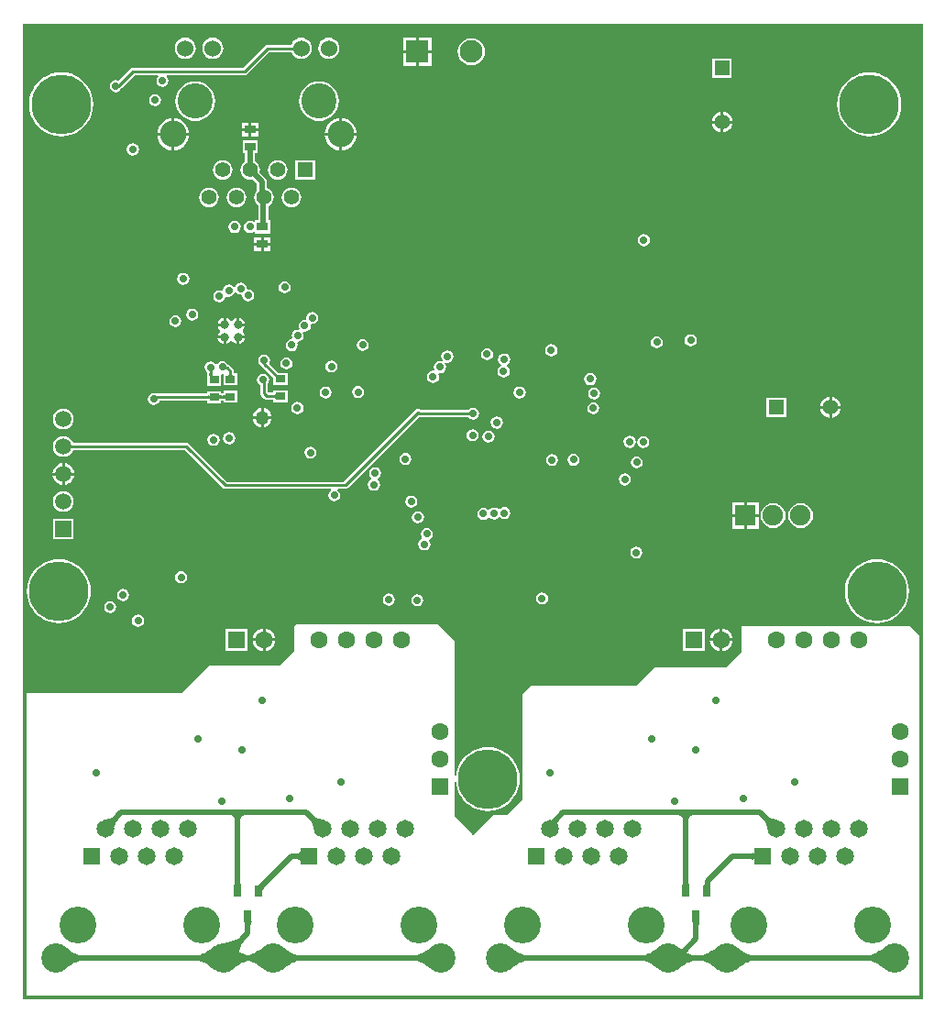
<source format=gbl>
G04*
G04 #@! TF.GenerationSoftware,Altium Limited,Altium Designer,20.0.13 (296)*
G04*
G04 Layer_Physical_Order=4*
G04 Layer_Color=16711680*
%FSLAX44Y44*%
%MOMM*%
G71*
G01*
G75*
%ADD18C,0.2540*%
%ADD24R,1.0000X0.8000*%
%ADD26R,0.9000X0.7000*%
%ADD87C,0.5000*%
%ADD91C,5.5000*%
%ADD92C,1.9050*%
%ADD93R,1.9050X1.9050*%
%ADD94C,2.7000*%
%ADD95C,1.6500*%
%ADD96R,1.6500X1.6500*%
%ADD97C,3.4000*%
%ADD98C,1.6000*%
%ADD99R,1.6000X1.6000*%
%ADD100C,1.4000*%
%ADD101R,1.4000X1.4000*%
%ADD102C,2.1000*%
%ADD103R,2.1000X2.1000*%
%ADD104R,1.3980X1.3980*%
%ADD105C,1.3980*%
%ADD106C,1.5300*%
%ADD107C,2.4450*%
%ADD108C,3.2500*%
%ADD109C,1.5000*%
%ADD110R,1.5000X1.5000*%
%ADD111R,1.4000X1.4000*%
%ADD112C,0.7000*%
%ADD113C,0.8000*%
%ADD114C,1.2700*%
%ADD115R,0.8000X1.1000*%
G36*
X835431Y3569D02*
X3569D01*
Y904431D01*
X835431D01*
Y3569D01*
D02*
G37*
%LPC*%
G36*
X381290Y892040D02*
X369520D01*
Y880270D01*
X381290D01*
Y892040D01*
D02*
G37*
G36*
X366980D02*
X355210D01*
Y880270D01*
X366980D01*
Y892040D01*
D02*
G37*
G36*
X286400Y891983D02*
X283881Y891652D01*
X281533Y890679D01*
X279518Y889132D01*
X277971Y887117D01*
X276998Y884769D01*
X276667Y882250D01*
X276998Y879731D01*
X277971Y877383D01*
X279518Y875368D01*
X281533Y873821D01*
X283881Y872848D01*
X286400Y872517D01*
X288919Y872848D01*
X291267Y873821D01*
X293283Y875368D01*
X294829Y877383D01*
X295802Y879731D01*
X296133Y882250D01*
X295802Y884769D01*
X294829Y887117D01*
X293283Y889132D01*
X291267Y890679D01*
X288919Y891652D01*
X286400Y891983D01*
D02*
G37*
G36*
X261000D02*
X258481Y891652D01*
X256133Y890679D01*
X254118Y889132D01*
X252571Y887117D01*
X251936Y885584D01*
X230000D01*
X228724Y885330D01*
X227642Y884607D01*
X207119Y864084D01*
X105500D01*
X104224Y863830D01*
X103142Y863108D01*
X92238Y852203D01*
X91896Y852431D01*
X89750Y852858D01*
X87604Y852431D01*
X85785Y851215D01*
X84569Y849396D01*
X84142Y847250D01*
X84569Y845104D01*
X85785Y843285D01*
X87604Y842069D01*
X89750Y841642D01*
X91896Y842069D01*
X93715Y843285D01*
X94931Y845104D01*
X95021Y845556D01*
X106881Y857416D01*
X128670D01*
X129055Y856146D01*
X128785Y855965D01*
X127569Y854146D01*
X127142Y852000D01*
X127569Y849854D01*
X128785Y848035D01*
X130604Y846819D01*
X132750Y846392D01*
X134896Y846819D01*
X136715Y848035D01*
X137931Y849854D01*
X138358Y852000D01*
X137931Y854146D01*
X136715Y855965D01*
X136445Y856146D01*
X136830Y857416D01*
X208500D01*
X209776Y857670D01*
X210858Y858392D01*
X231381Y878916D01*
X251936D01*
X252571Y877383D01*
X254118Y875368D01*
X256133Y873821D01*
X258481Y872848D01*
X261000Y872517D01*
X263519Y872848D01*
X265867Y873821D01*
X267882Y875368D01*
X269429Y877383D01*
X270402Y879731D01*
X270733Y882250D01*
X270402Y884769D01*
X269429Y887117D01*
X267882Y889132D01*
X265867Y890679D01*
X263519Y891652D01*
X261000Y891983D01*
D02*
G37*
G36*
X179300D02*
X176781Y891652D01*
X174433Y890679D01*
X172418Y889132D01*
X170871Y887117D01*
X169898Y884769D01*
X169567Y882250D01*
X169898Y879731D01*
X170871Y877383D01*
X172418Y875368D01*
X174433Y873821D01*
X176781Y872848D01*
X179300Y872517D01*
X181819Y872848D01*
X184167Y873821D01*
X186182Y875368D01*
X187729Y877383D01*
X188702Y879731D01*
X189033Y882250D01*
X188702Y884769D01*
X187729Y887117D01*
X186182Y889132D01*
X184167Y890679D01*
X181819Y891652D01*
X179300Y891983D01*
D02*
G37*
G36*
X153900D02*
X151381Y891652D01*
X149033Y890679D01*
X147018Y889132D01*
X145471Y887117D01*
X144498Y884769D01*
X144167Y882250D01*
X144498Y879731D01*
X145471Y877383D01*
X147018Y875368D01*
X149033Y873821D01*
X151381Y872848D01*
X153900Y872517D01*
X156419Y872848D01*
X158767Y873821D01*
X160783Y875368D01*
X162329Y877383D01*
X163302Y879731D01*
X163633Y882250D01*
X163302Y884769D01*
X162329Y887117D01*
X160783Y889132D01*
X158767Y890679D01*
X156419Y891652D01*
X153900Y891983D01*
D02*
G37*
G36*
X418250Y891608D02*
X414987Y891178D01*
X411946Y889919D01*
X409335Y887915D01*
X407331Y885304D01*
X406072Y882263D01*
X405642Y879000D01*
X406072Y875737D01*
X407331Y872696D01*
X409335Y870085D01*
X411946Y868081D01*
X414987Y866822D01*
X418250Y866392D01*
X421513Y866822D01*
X424554Y868081D01*
X427165Y870085D01*
X429169Y872696D01*
X430428Y875737D01*
X430858Y879000D01*
X430428Y882263D01*
X429169Y885304D01*
X427165Y887915D01*
X424554Y889919D01*
X421513Y891178D01*
X418250Y891608D01*
D02*
G37*
G36*
X381290Y877730D02*
X369520D01*
Y865960D01*
X381290D01*
Y877730D01*
D02*
G37*
G36*
X366980D02*
X355210D01*
Y865960D01*
X366980D01*
Y877730D01*
D02*
G37*
G36*
X658750Y873000D02*
X640750D01*
Y855000D01*
X658750D01*
Y873000D01*
D02*
G37*
G36*
X126000Y839858D02*
X123854Y839431D01*
X122035Y838215D01*
X120819Y836396D01*
X120392Y834250D01*
X120819Y832104D01*
X122035Y830285D01*
X123854Y829069D01*
X126000Y828642D01*
X128146Y829069D01*
X129965Y830285D01*
X131181Y832104D01*
X131608Y834250D01*
X131181Y836396D01*
X129965Y838215D01*
X128146Y839431D01*
X126000Y839858D01*
D02*
G37*
G36*
X651020Y823455D02*
Y815270D01*
X659205D01*
X659044Y816490D01*
X658083Y818811D01*
X656554Y820804D01*
X654561Y822333D01*
X652241Y823294D01*
X651020Y823455D01*
D02*
G37*
G36*
X648480Y823455D02*
X647260Y823294D01*
X644939Y822333D01*
X642946Y820804D01*
X641417Y818811D01*
X640456Y816490D01*
X640295Y815270D01*
X648480D01*
Y823455D01*
D02*
G37*
G36*
X277300Y851588D02*
X273722Y851236D01*
X270282Y850192D01*
X267112Y848498D01*
X264333Y846217D01*
X262052Y843438D01*
X260358Y840268D01*
X259314Y836828D01*
X258962Y833250D01*
X259314Y829672D01*
X260358Y826232D01*
X262052Y823062D01*
X264333Y820283D01*
X267112Y818002D01*
X270282Y816308D01*
X273722Y815264D01*
X277300Y814912D01*
X280878Y815264D01*
X284318Y816308D01*
X287488Y818002D01*
X290267Y820283D01*
X292548Y823062D01*
X294242Y826232D01*
X295286Y829672D01*
X295638Y833250D01*
X295286Y836828D01*
X294242Y840268D01*
X292548Y843438D01*
X290267Y846217D01*
X287488Y848498D01*
X284318Y850192D01*
X280878Y851236D01*
X277300Y851588D01*
D02*
G37*
G36*
X163000D02*
X159422Y851236D01*
X155982Y850192D01*
X152812Y848498D01*
X150033Y846217D01*
X147752Y843438D01*
X146058Y840268D01*
X145014Y836828D01*
X144662Y833250D01*
X145014Y829672D01*
X146058Y826232D01*
X147752Y823062D01*
X150033Y820283D01*
X152812Y818002D01*
X155982Y816308D01*
X159422Y815264D01*
X163000Y814912D01*
X166578Y815264D01*
X170018Y816308D01*
X173188Y818002D01*
X175967Y820283D01*
X178248Y823062D01*
X179942Y826232D01*
X180986Y829672D01*
X181338Y833250D01*
X180986Y836828D01*
X179942Y840268D01*
X178248Y843438D01*
X175967Y846217D01*
X173188Y848498D01*
X170018Y850192D01*
X166578Y851236D01*
X163000Y851588D01*
D02*
G37*
G36*
X221290Y813540D02*
X215020D01*
Y808270D01*
X221290D01*
Y813540D01*
D02*
G37*
G36*
X212480D02*
X206210D01*
Y808270D01*
X212480D01*
Y813540D01*
D02*
G37*
G36*
X659205Y812730D02*
X651020D01*
Y804545D01*
X652241Y804706D01*
X654561Y805667D01*
X656554Y807196D01*
X658083Y809189D01*
X659044Y811509D01*
X659205Y812730D01*
D02*
G37*
G36*
X648480D02*
X640295D01*
X640456Y811509D01*
X641417Y809189D01*
X642946Y807196D01*
X644939Y805667D01*
X647260Y804706D01*
X648480Y804545D01*
Y812730D01*
D02*
G37*
G36*
X143970Y817461D02*
Y804020D01*
X157411D01*
X157251Y805644D01*
X156407Y808428D01*
X155036Y810993D01*
X153191Y813241D01*
X150943Y815086D01*
X148378Y816457D01*
X145595Y817301D01*
X143970Y817461D01*
D02*
G37*
G36*
X141430Y817461D02*
X139806Y817301D01*
X137022Y816457D01*
X134457Y815086D01*
X132209Y813241D01*
X130364Y810993D01*
X128993Y808428D01*
X128149Y805644D01*
X127989Y804020D01*
X141430D01*
Y817461D01*
D02*
G37*
G36*
X298870Y817461D02*
Y804020D01*
X312311D01*
X312151Y805644D01*
X311307Y808428D01*
X309936Y810993D01*
X308091Y813241D01*
X305843Y815086D01*
X303278Y816457D01*
X300494Y817301D01*
X298870Y817461D01*
D02*
G37*
G36*
X296330D02*
X294706Y817301D01*
X291922Y816457D01*
X289357Y815086D01*
X287109Y813241D01*
X285264Y810993D01*
X283893Y808428D01*
X283049Y805644D01*
X282889Y804020D01*
X296330D01*
Y817461D01*
D02*
G37*
G36*
X785750Y860091D02*
X781121Y859727D01*
X776606Y858643D01*
X772316Y856866D01*
X768357Y854440D01*
X764826Y851424D01*
X761810Y847893D01*
X759384Y843934D01*
X757607Y839644D01*
X756523Y835129D01*
X756159Y830500D01*
X756523Y825871D01*
X757607Y821356D01*
X759384Y817066D01*
X761810Y813107D01*
X764826Y809576D01*
X768357Y806560D01*
X772316Y804134D01*
X776606Y802357D01*
X781121Y801273D01*
X785750Y800909D01*
X790379Y801273D01*
X794894Y802357D01*
X799184Y804134D01*
X803143Y806560D01*
X806674Y809576D01*
X809690Y813107D01*
X812116Y817066D01*
X813893Y821356D01*
X814977Y825871D01*
X815341Y830500D01*
X814977Y835129D01*
X813893Y839644D01*
X812116Y843934D01*
X809690Y847893D01*
X806674Y851424D01*
X803143Y854440D01*
X799184Y856866D01*
X794894Y858643D01*
X790379Y859727D01*
X785750Y860091D01*
D02*
G37*
G36*
X39250D02*
X34621Y859727D01*
X30106Y858643D01*
X25816Y856866D01*
X21857Y854440D01*
X18326Y851424D01*
X15310Y847893D01*
X12884Y843934D01*
X11107Y839644D01*
X10023Y835129D01*
X9659Y830500D01*
X10023Y825871D01*
X11107Y821356D01*
X12884Y817066D01*
X15310Y813107D01*
X18326Y809576D01*
X21857Y806560D01*
X25816Y804134D01*
X30106Y802357D01*
X34621Y801273D01*
X39250Y800909D01*
X43879Y801273D01*
X48394Y802357D01*
X52684Y804134D01*
X56643Y806560D01*
X60174Y809576D01*
X63190Y813107D01*
X65616Y817066D01*
X67393Y821356D01*
X68477Y825871D01*
X68841Y830500D01*
X68477Y835129D01*
X67393Y839644D01*
X65616Y843934D01*
X63190Y847893D01*
X60174Y851424D01*
X56643Y854440D01*
X52684Y856866D01*
X48394Y858643D01*
X43879Y859727D01*
X39250Y860091D01*
D02*
G37*
G36*
X221290Y805730D02*
X215020D01*
Y800460D01*
X221290D01*
Y805730D01*
D02*
G37*
G36*
X212480D02*
X206210D01*
Y800460D01*
X212480D01*
Y805730D01*
D02*
G37*
G36*
X157411Y801480D02*
X143970D01*
Y788039D01*
X145595Y788199D01*
X148378Y789043D01*
X150943Y790414D01*
X153191Y792259D01*
X155036Y794507D01*
X156407Y797072D01*
X157251Y799855D01*
X157411Y801480D01*
D02*
G37*
G36*
X312311Y801480D02*
X298870D01*
Y788039D01*
X300494Y788199D01*
X303278Y789043D01*
X305843Y790414D01*
X308091Y792259D01*
X309936Y794507D01*
X311307Y797072D01*
X312151Y799855D01*
X312311Y801480D01*
D02*
G37*
G36*
X296330D02*
X282889D01*
X283049Y799855D01*
X283893Y797072D01*
X285264Y794507D01*
X287109Y792259D01*
X289357Y790414D01*
X291922Y789043D01*
X294706Y788199D01*
X296330Y788039D01*
Y801480D01*
D02*
G37*
G36*
X141430Y801480D02*
X127989D01*
X128149Y799855D01*
X128993Y797072D01*
X130364Y794507D01*
X132209Y792259D01*
X134457Y790414D01*
X137022Y789043D01*
X139806Y788199D01*
X141430Y788039D01*
Y801480D01*
D02*
G37*
G36*
X105500Y794358D02*
X103354Y793931D01*
X101535Y792715D01*
X100319Y790896D01*
X99892Y788750D01*
X100319Y786604D01*
X101535Y784785D01*
X103354Y783569D01*
X105500Y783142D01*
X107646Y783569D01*
X109465Y784785D01*
X110681Y786604D01*
X111108Y788750D01*
X110681Y790896D01*
X109465Y792715D01*
X107646Y793931D01*
X105500Y794358D01*
D02*
G37*
G36*
X273640Y778740D02*
X255660D01*
Y760760D01*
X273640D01*
Y778740D01*
D02*
G37*
G36*
X239250Y778818D02*
X236903Y778509D01*
X234716Y777603D01*
X232838Y776162D01*
X231397Y774284D01*
X230491Y772097D01*
X230182Y769750D01*
X230491Y767403D01*
X231397Y765216D01*
X232838Y763338D01*
X234716Y761897D01*
X236903Y760991D01*
X239250Y760682D01*
X241597Y760991D01*
X243784Y761897D01*
X245662Y763338D01*
X247103Y765216D01*
X248009Y767403D01*
X248318Y769750D01*
X248009Y772097D01*
X247103Y774284D01*
X245662Y776162D01*
X243784Y777603D01*
X241597Y778509D01*
X239250Y778818D01*
D02*
G37*
G36*
X188450D02*
X186103Y778509D01*
X183916Y777603D01*
X182038Y776162D01*
X180597Y774284D01*
X179691Y772097D01*
X179382Y769750D01*
X179691Y767403D01*
X180597Y765216D01*
X182038Y763338D01*
X183916Y761897D01*
X186103Y760991D01*
X188450Y760682D01*
X190797Y760991D01*
X192984Y761897D01*
X194862Y763338D01*
X196303Y765216D01*
X197209Y767403D01*
X197518Y769750D01*
X197209Y772097D01*
X196303Y774284D01*
X194862Y776162D01*
X192984Y777603D01*
X190797Y778509D01*
X188450Y778818D01*
D02*
G37*
G36*
X251950Y753418D02*
X249603Y753109D01*
X247416Y752203D01*
X245538Y750762D01*
X244097Y748884D01*
X243191Y746697D01*
X242882Y744350D01*
X243191Y742003D01*
X244097Y739816D01*
X245538Y737938D01*
X247416Y736497D01*
X249603Y735591D01*
X251950Y735282D01*
X254297Y735591D01*
X256484Y736497D01*
X258362Y737938D01*
X259803Y739816D01*
X260709Y742003D01*
X261018Y744350D01*
X260709Y746697D01*
X259803Y748884D01*
X258362Y750762D01*
X256484Y752203D01*
X254297Y753109D01*
X251950Y753418D01*
D02*
G37*
G36*
X201150D02*
X198803Y753109D01*
X196616Y752203D01*
X194738Y750762D01*
X193297Y748884D01*
X192391Y746697D01*
X192083Y744350D01*
X192391Y742003D01*
X193297Y739816D01*
X194738Y737938D01*
X196616Y736497D01*
X198803Y735591D01*
X201150Y735282D01*
X203497Y735591D01*
X205684Y736497D01*
X207562Y737938D01*
X209003Y739816D01*
X209909Y742003D01*
X210218Y744350D01*
X209909Y746697D01*
X209003Y748884D01*
X207562Y750762D01*
X205684Y752203D01*
X203497Y753109D01*
X201150Y753418D01*
D02*
G37*
G36*
X175750D02*
X173403Y753109D01*
X171216Y752203D01*
X169338Y750762D01*
X167897Y748884D01*
X166991Y746697D01*
X166682Y744350D01*
X166991Y742003D01*
X167897Y739816D01*
X169338Y737938D01*
X171216Y736497D01*
X173403Y735591D01*
X175750Y735282D01*
X178097Y735591D01*
X180284Y736497D01*
X182162Y737938D01*
X183603Y739816D01*
X184509Y742003D01*
X184818Y744350D01*
X184509Y746697D01*
X183603Y748884D01*
X182162Y750762D01*
X180284Y752203D01*
X178097Y753109D01*
X175750Y753418D01*
D02*
G37*
G36*
X220750Y797000D02*
X206750D01*
Y785000D01*
X209212D01*
Y777523D01*
X207438Y776162D01*
X205997Y774284D01*
X205091Y772097D01*
X204783Y769750D01*
X205091Y767403D01*
X205997Y765216D01*
X207438Y763338D01*
X209316Y761897D01*
X211503Y760991D01*
X213850Y760682D01*
X216129Y760982D01*
X220244Y756868D01*
Y750843D01*
X220138Y750762D01*
X218697Y748884D01*
X217791Y746697D01*
X217482Y744350D01*
X217791Y742003D01*
X218697Y739816D01*
X220138Y737938D01*
X221312Y737038D01*
Y723250D01*
X218250D01*
Y722153D01*
X216980Y721540D01*
X215646Y722431D01*
X213500Y722858D01*
X211354Y722431D01*
X209535Y721215D01*
X208319Y719396D01*
X207892Y717250D01*
X208319Y715104D01*
X209535Y713285D01*
X211354Y712069D01*
X213500Y711642D01*
X215646Y712069D01*
X216980Y712961D01*
X218250Y712347D01*
Y711250D01*
X232250D01*
Y723250D01*
X230488D01*
Y736251D01*
X231084Y736497D01*
X232962Y737938D01*
X234403Y739816D01*
X235309Y742003D01*
X235618Y744350D01*
X235309Y746697D01*
X234403Y748884D01*
X232962Y750762D01*
X231084Y752203D01*
X229420Y752892D01*
Y758768D01*
X229071Y760524D01*
X228076Y762012D01*
X222618Y767471D01*
X222918Y769750D01*
X222609Y772097D01*
X221703Y774284D01*
X220262Y776162D01*
X218388Y777599D01*
Y785000D01*
X220750D01*
Y797000D01*
D02*
G37*
G36*
X199500Y722858D02*
X197354Y722431D01*
X195535Y721215D01*
X194319Y719396D01*
X193892Y717250D01*
X194319Y715104D01*
X195535Y713285D01*
X197354Y712069D01*
X199500Y711642D01*
X201646Y712069D01*
X203465Y713285D01*
X204681Y715104D01*
X205108Y717250D01*
X204681Y719396D01*
X203465Y721215D01*
X201646Y722431D01*
X199500Y722858D01*
D02*
G37*
G36*
X232790Y707790D02*
X226520D01*
Y702520D01*
X232790D01*
Y707790D01*
D02*
G37*
G36*
X223980D02*
X217710D01*
Y702520D01*
X223980D01*
Y707790D01*
D02*
G37*
G36*
X577500Y710608D02*
X575354Y710181D01*
X573535Y708965D01*
X572319Y707146D01*
X571892Y705000D01*
X572319Y702854D01*
X573535Y701035D01*
X575354Y699819D01*
X577500Y699392D01*
X579646Y699819D01*
X581465Y701035D01*
X582681Y702854D01*
X583108Y705000D01*
X582681Y707146D01*
X581465Y708965D01*
X579646Y710181D01*
X577500Y710608D01*
D02*
G37*
G36*
X232790Y699980D02*
X226520D01*
Y694710D01*
X232790D01*
Y699980D01*
D02*
G37*
G36*
X223980D02*
X217710D01*
Y694710D01*
X223980D01*
Y699980D01*
D02*
G37*
G36*
X152000Y674858D02*
X149854Y674431D01*
X148035Y673215D01*
X146819Y671396D01*
X146392Y669250D01*
X146819Y667104D01*
X148035Y665285D01*
X149854Y664069D01*
X152000Y663642D01*
X154146Y664069D01*
X155965Y665285D01*
X157181Y667104D01*
X157608Y669250D01*
X157181Y671396D01*
X155965Y673215D01*
X154146Y674431D01*
X152000Y674858D01*
D02*
G37*
G36*
X205230Y665972D02*
X203084Y665545D01*
X201265Y664329D01*
X200049Y662510D01*
X199928Y661900D01*
X198580Y661632D01*
X198085Y662372D01*
X196266Y663588D01*
X194120Y664015D01*
X191974Y663588D01*
X190155Y662372D01*
X188939Y660553D01*
X188610Y658897D01*
X187498Y658241D01*
X187276Y658205D01*
X185250Y658608D01*
X183104Y658181D01*
X181285Y656965D01*
X180069Y655146D01*
X179642Y653000D01*
X180069Y650854D01*
X181285Y649035D01*
X183104Y647819D01*
X185250Y647392D01*
X187396Y647819D01*
X189215Y649035D01*
X190431Y650854D01*
X190760Y652510D01*
X191872Y653166D01*
X192094Y653202D01*
X194120Y652799D01*
X196266Y653226D01*
X198085Y654442D01*
X199301Y656261D01*
X199422Y656870D01*
X200770Y657139D01*
X201265Y656399D01*
X203084Y655183D01*
X205230Y654756D01*
X205489Y654808D01*
X206451Y653704D01*
X206819Y651854D01*
X208035Y650035D01*
X209854Y648819D01*
X212000Y648392D01*
X214146Y648819D01*
X215965Y650035D01*
X217181Y651854D01*
X217608Y654000D01*
X217181Y656146D01*
X215965Y657965D01*
X214146Y659181D01*
X212000Y659608D01*
X211741Y659556D01*
X210779Y660660D01*
X210411Y662510D01*
X209195Y664329D01*
X207376Y665545D01*
X205230Y665972D01*
D02*
G37*
G36*
X245750Y667108D02*
X243604Y666681D01*
X241785Y665465D01*
X240569Y663646D01*
X240142Y661500D01*
X240569Y659354D01*
X241785Y657535D01*
X243604Y656319D01*
X245750Y655892D01*
X247896Y656319D01*
X249715Y657535D01*
X250931Y659354D01*
X251358Y661500D01*
X250931Y663646D01*
X249715Y665465D01*
X247896Y666681D01*
X245750Y667108D01*
D02*
G37*
G36*
X271250Y638858D02*
X269104Y638431D01*
X267285Y637215D01*
X266069Y635396D01*
X265642Y633250D01*
X265817Y632373D01*
X264919Y631475D01*
X264250Y631608D01*
X262104Y631181D01*
X260285Y629965D01*
X259069Y628146D01*
X258642Y626000D01*
X259069Y623854D01*
X259426Y623319D01*
X258663Y622176D01*
X257750Y622358D01*
X255604Y621931D01*
X253785Y620715D01*
X252569Y618896D01*
X252142Y616750D01*
X252520Y614849D01*
X252424Y614405D01*
X251771Y613512D01*
X250104Y613181D01*
X248285Y611965D01*
X247069Y610146D01*
X246642Y608000D01*
X247069Y605854D01*
X248285Y604035D01*
X250104Y602819D01*
X252250Y602392D01*
X254396Y602819D01*
X256215Y604035D01*
X257431Y605854D01*
X257858Y608000D01*
X257479Y609901D01*
X257576Y610345D01*
X258229Y611237D01*
X259896Y611569D01*
X261715Y612785D01*
X262931Y614604D01*
X263358Y616750D01*
X262931Y618896D01*
X262574Y619431D01*
X263337Y620574D01*
X264250Y620392D01*
X266396Y620819D01*
X268215Y622035D01*
X269431Y623854D01*
X269858Y626000D01*
X269683Y626877D01*
X270581Y627775D01*
X271250Y627642D01*
X273396Y628069D01*
X275215Y629285D01*
X276431Y631104D01*
X276858Y633250D01*
X276431Y635396D01*
X275215Y637215D01*
X273396Y638431D01*
X271250Y638858D01*
D02*
G37*
G36*
X201230Y633429D02*
X200793Y633372D01*
X199202Y632713D01*
X197836Y631664D01*
X197145Y630764D01*
X196919Y630675D01*
X195831D01*
X195606Y630764D01*
X194914Y631664D01*
X193548Y632713D01*
X191957Y633372D01*
X191520Y633429D01*
Y627000D01*
X190250D01*
Y625730D01*
X183821D01*
X183878Y625293D01*
X184537Y623702D01*
X185586Y622336D01*
X185957Y622050D01*
Y620450D01*
X185586Y620164D01*
X184537Y618798D01*
X183878Y617207D01*
X183821Y616770D01*
X190250D01*
Y615500D01*
X191520D01*
Y609071D01*
X191957Y609128D01*
X193548Y609787D01*
X194914Y610836D01*
X195606Y611736D01*
X195831Y611825D01*
X196919D01*
X197145Y611736D01*
X197836Y610836D01*
X199202Y609787D01*
X200793Y609128D01*
X201230Y609071D01*
Y615500D01*
X202500D01*
Y616770D01*
X208929D01*
X208872Y617207D01*
X208213Y618798D01*
X207164Y620164D01*
X206793Y620450D01*
Y622050D01*
X207164Y622336D01*
X208213Y623702D01*
X208872Y625293D01*
X208929Y625730D01*
X202500D01*
Y627000D01*
X201230D01*
Y633429D01*
D02*
G37*
G36*
X160250Y641858D02*
X158104Y641431D01*
X156285Y640215D01*
X155069Y638396D01*
X154642Y636250D01*
X155069Y634104D01*
X156285Y632285D01*
X158104Y631069D01*
X160250Y630642D01*
X162396Y631069D01*
X164215Y632285D01*
X165431Y634104D01*
X165858Y636250D01*
X165431Y638396D01*
X164215Y640215D01*
X162396Y641431D01*
X160250Y641858D01*
D02*
G37*
G36*
X203770Y633429D02*
Y628270D01*
X208929D01*
X208872Y628707D01*
X208213Y630298D01*
X207164Y631664D01*
X205798Y632713D01*
X204207Y633372D01*
X203770Y633429D01*
D02*
G37*
G36*
X188980D02*
X188543Y633372D01*
X186952Y632713D01*
X185586Y631664D01*
X184537Y630298D01*
X183878Y628707D01*
X183821Y628270D01*
X188980D01*
Y633429D01*
D02*
G37*
G36*
X144750Y635858D02*
X142604Y635431D01*
X140785Y634215D01*
X139569Y632396D01*
X139142Y630250D01*
X139569Y628104D01*
X140785Y626285D01*
X142604Y625069D01*
X144750Y624642D01*
X146896Y625069D01*
X148715Y626285D01*
X149931Y628104D01*
X150358Y630250D01*
X149931Y632396D01*
X148715Y634215D01*
X146896Y635431D01*
X144750Y635858D01*
D02*
G37*
G36*
X208929Y614230D02*
X203770D01*
Y609071D01*
X204207Y609128D01*
X205798Y609787D01*
X207164Y610836D01*
X208213Y612202D01*
X208872Y613793D01*
X208929Y614230D01*
D02*
G37*
G36*
X188980D02*
X183821D01*
X183878Y613793D01*
X184537Y612202D01*
X185586Y610836D01*
X186952Y609787D01*
X188543Y609128D01*
X188980Y609071D01*
Y614230D01*
D02*
G37*
G36*
X620750Y618108D02*
X618604Y617681D01*
X616785Y616465D01*
X615569Y614646D01*
X615142Y612500D01*
X615569Y610354D01*
X616785Y608535D01*
X618604Y607319D01*
X620750Y606892D01*
X622896Y607319D01*
X624715Y608535D01*
X625931Y610354D01*
X626358Y612500D01*
X625931Y614646D01*
X624715Y616465D01*
X622896Y617681D01*
X620750Y618108D01*
D02*
G37*
G36*
X589500Y616358D02*
X587354Y615931D01*
X585535Y614715D01*
X584319Y612896D01*
X583892Y610750D01*
X584319Y608604D01*
X585535Y606785D01*
X587354Y605569D01*
X589500Y605142D01*
X591646Y605569D01*
X593465Y606785D01*
X594681Y608604D01*
X595108Y610750D01*
X594681Y612896D01*
X593465Y614715D01*
X591646Y615931D01*
X589500Y616358D01*
D02*
G37*
G36*
X317750Y613858D02*
X315604Y613431D01*
X313785Y612215D01*
X312569Y610396D01*
X312142Y608250D01*
X312569Y606104D01*
X313785Y604285D01*
X315604Y603069D01*
X317750Y602642D01*
X319896Y603069D01*
X321715Y604285D01*
X322931Y606104D01*
X323358Y608250D01*
X322931Y610396D01*
X321715Y612215D01*
X319896Y613431D01*
X317750Y613858D01*
D02*
G37*
G36*
X492000Y608858D02*
X489854Y608431D01*
X488035Y607215D01*
X486819Y605396D01*
X486392Y603250D01*
X486819Y601104D01*
X488035Y599285D01*
X489854Y598069D01*
X492000Y597642D01*
X494146Y598069D01*
X495965Y599285D01*
X497181Y601104D01*
X497608Y603250D01*
X497181Y605396D01*
X495965Y607215D01*
X494146Y608431D01*
X492000Y608858D01*
D02*
G37*
G36*
X432750Y605358D02*
X430604Y604931D01*
X428785Y603715D01*
X427569Y601896D01*
X427142Y599750D01*
X427569Y597604D01*
X428785Y595785D01*
X430604Y594569D01*
X432750Y594142D01*
X434896Y594569D01*
X436715Y595785D01*
X437931Y597604D01*
X438358Y599750D01*
X437931Y601896D01*
X436715Y603715D01*
X434896Y604931D01*
X432750Y605358D01*
D02*
G37*
G36*
X396000Y603108D02*
X393854Y602681D01*
X392035Y601465D01*
X390819Y599646D01*
X390392Y597500D01*
X390819Y595354D01*
X391600Y594185D01*
X390836Y593042D01*
X389250Y593358D01*
X387104Y592931D01*
X385285Y591715D01*
X384069Y589896D01*
X383642Y587750D01*
X384069Y585604D01*
X384234Y585358D01*
X383470Y584215D01*
X382750Y584358D01*
X380604Y583931D01*
X378785Y582715D01*
X377569Y580896D01*
X377142Y578750D01*
X377569Y576604D01*
X378785Y574785D01*
X380604Y573569D01*
X382750Y573142D01*
X384896Y573569D01*
X386715Y574785D01*
X387931Y576604D01*
X388358Y578750D01*
X387931Y580896D01*
X387766Y581143D01*
X388530Y582285D01*
X389250Y582142D01*
X391396Y582569D01*
X393215Y583785D01*
X394431Y585604D01*
X394858Y587750D01*
X394431Y589896D01*
X393650Y591065D01*
X394414Y592208D01*
X396000Y591892D01*
X398146Y592319D01*
X399965Y593535D01*
X401181Y595354D01*
X401608Y597500D01*
X401181Y599646D01*
X399965Y601465D01*
X398146Y602681D01*
X396000Y603108D01*
D02*
G37*
G36*
X188250Y593358D02*
X186104Y592931D01*
X184285Y591715D01*
X183430Y590436D01*
X181966Y590347D01*
X181961Y590349D01*
X181215Y591465D01*
X179396Y592681D01*
X177250Y593108D01*
X175104Y592681D01*
X173285Y591465D01*
X172069Y589646D01*
X171642Y587500D01*
X172069Y585354D01*
X173285Y583535D01*
X173916Y583113D01*
Y579250D01*
X174000Y578827D01*
Y570500D01*
X187000D01*
Y580173D01*
X188188Y581295D01*
X188837Y581246D01*
X189000Y580997D01*
Y571000D01*
X202000D01*
Y582000D01*
X198834D01*
Y584250D01*
X198580Y585526D01*
X197857Y586608D01*
X195211Y589254D01*
X194129Y589977D01*
X193262Y590149D01*
X192215Y591715D01*
X190396Y592931D01*
X188250Y593358D01*
D02*
G37*
G36*
X247250Y596858D02*
X245104Y596431D01*
X243285Y595215D01*
X242069Y593396D01*
X241642Y591250D01*
X242069Y589104D01*
X243285Y587285D01*
X245104Y586069D01*
X247250Y585642D01*
X249396Y586069D01*
X251215Y587285D01*
X252431Y589104D01*
X252858Y591250D01*
X252431Y593396D01*
X251215Y595215D01*
X249396Y596431D01*
X247250Y596858D01*
D02*
G37*
G36*
X288896Y593962D02*
X286750Y593535D01*
X284930Y592320D01*
X283715Y590500D01*
X283288Y588354D01*
X283715Y586208D01*
X284930Y584389D01*
X286750Y583173D01*
X288896Y582747D01*
X291042Y583173D01*
X292861Y584389D01*
X294076Y586208D01*
X294503Y588354D01*
X294076Y590500D01*
X292861Y592320D01*
X291042Y593535D01*
X288896Y593962D01*
D02*
G37*
G36*
X448500Y600358D02*
X446354Y599931D01*
X444535Y598715D01*
X443319Y596896D01*
X442892Y594750D01*
X443319Y592604D01*
X444535Y590785D01*
X445526Y590123D01*
X445579Y589928D01*
X445439Y588653D01*
X444035Y587715D01*
X442819Y585896D01*
X442392Y583750D01*
X442819Y581604D01*
X444035Y579785D01*
X445854Y578569D01*
X448000Y578142D01*
X450146Y578569D01*
X451965Y579785D01*
X453181Y581604D01*
X453608Y583750D01*
X453181Y585896D01*
X451965Y587715D01*
X450974Y588377D01*
X450921Y588572D01*
X451061Y589847D01*
X452465Y590785D01*
X453681Y592604D01*
X454108Y594750D01*
X453681Y596896D01*
X452465Y598715D01*
X450646Y599931D01*
X448500Y600358D01*
D02*
G37*
G36*
X226750Y599358D02*
X224604Y598931D01*
X222785Y597715D01*
X221569Y595896D01*
X221142Y593750D01*
X221569Y591604D01*
X222785Y589785D01*
X224009Y588967D01*
X224393Y588392D01*
X235250Y577535D01*
Y571250D01*
X248250D01*
Y582250D01*
X239965D01*
X231402Y590813D01*
X231931Y591604D01*
X232358Y593750D01*
X231931Y595896D01*
X230715Y597715D01*
X228896Y598931D01*
X226750Y599358D01*
D02*
G37*
G36*
X528000Y582358D02*
X525854Y581931D01*
X524035Y580715D01*
X522819Y578896D01*
X522392Y576750D01*
X522819Y574604D01*
X524035Y572785D01*
X525854Y571569D01*
X528000Y571142D01*
X530146Y571569D01*
X531965Y572785D01*
X533181Y574604D01*
X533608Y576750D01*
X533181Y578896D01*
X531965Y580715D01*
X530146Y581931D01*
X528000Y582358D01*
D02*
G37*
G36*
X202000Y566000D02*
X189000D01*
Y563584D01*
X187000D01*
Y565500D01*
X174000D01*
Y563334D01*
X127707D01*
X127194Y563232D01*
X126896Y563431D01*
X124750Y563858D01*
X122604Y563431D01*
X120785Y562215D01*
X119569Y560396D01*
X119142Y558250D01*
X119569Y556104D01*
X120785Y554285D01*
X122604Y553069D01*
X124750Y552642D01*
X126896Y553069D01*
X128715Y554285D01*
X129931Y556104D01*
X130043Y556666D01*
X174000D01*
Y554500D01*
X187000D01*
Y556916D01*
X189000D01*
Y555000D01*
X202000D01*
Y566000D01*
D02*
G37*
G36*
X313500Y570358D02*
X311354Y569931D01*
X309535Y568715D01*
X308319Y566896D01*
X307892Y564750D01*
X308319Y562604D01*
X309535Y560785D01*
X311354Y559569D01*
X313500Y559142D01*
X315646Y559569D01*
X317465Y560785D01*
X318681Y562604D01*
X319108Y564750D01*
X318681Y566896D01*
X317465Y568715D01*
X315646Y569931D01*
X313500Y570358D01*
D02*
G37*
G36*
X462750Y569858D02*
X460604Y569431D01*
X458785Y568215D01*
X457569Y566396D01*
X457142Y564250D01*
X457569Y562104D01*
X458785Y560285D01*
X460604Y559069D01*
X462750Y558642D01*
X464896Y559069D01*
X466715Y560285D01*
X467931Y562104D01*
X468358Y564250D01*
X467931Y566396D01*
X466715Y568215D01*
X464896Y569431D01*
X462750Y569858D01*
D02*
G37*
G36*
X283500D02*
X281354Y569431D01*
X279535Y568215D01*
X278319Y566396D01*
X277892Y564250D01*
X278319Y562104D01*
X279535Y560285D01*
X281354Y559069D01*
X283500Y558642D01*
X285646Y559069D01*
X287465Y560285D01*
X288681Y562104D01*
X289108Y564250D01*
X288681Y566396D01*
X287465Y568215D01*
X285646Y569431D01*
X283500Y569858D01*
D02*
G37*
G36*
X531527Y568856D02*
X529381Y568429D01*
X527562Y567214D01*
X526346Y565395D01*
X525919Y563249D01*
X526346Y561103D01*
X527562Y559283D01*
X529381Y558068D01*
X531527Y557641D01*
X533673Y558068D01*
X535492Y559283D01*
X536708Y561103D01*
X537135Y563249D01*
X536708Y565395D01*
X535492Y567214D01*
X533673Y568429D01*
X531527Y568856D01*
D02*
G37*
G36*
X225750Y581608D02*
X223604Y581181D01*
X221785Y579965D01*
X220569Y578146D01*
X220142Y576000D01*
X220569Y573854D01*
X221785Y572035D01*
X222916Y571279D01*
Y563750D01*
X223170Y562474D01*
X223892Y561393D01*
X226893Y558392D01*
X227974Y557670D01*
X229250Y557416D01*
X235250D01*
Y555250D01*
X248250D01*
Y566250D01*
X235250D01*
Y564084D01*
X230631D01*
X229584Y565131D01*
Y571947D01*
X229715Y572035D01*
X230931Y573854D01*
X231358Y576000D01*
X230931Y578146D01*
X229715Y579965D01*
X227896Y581181D01*
X225750Y581608D01*
D02*
G37*
G36*
X751270Y559955D02*
Y551770D01*
X759455D01*
X759294Y552990D01*
X758333Y555311D01*
X756804Y557304D01*
X754811Y558833D01*
X752490Y559795D01*
X751270Y559955D01*
D02*
G37*
G36*
X748730D02*
X747510Y559795D01*
X745189Y558833D01*
X743196Y557304D01*
X741667Y555311D01*
X740706Y552990D01*
X740545Y551770D01*
X748730D01*
Y559955D01*
D02*
G37*
G36*
X419750Y550358D02*
X417604Y549931D01*
X415785Y548715D01*
X415363Y548084D01*
X371381D01*
X371357Y548107D01*
X370276Y548830D01*
X369000Y549084D01*
X367724Y548830D01*
X366642Y548107D01*
X300369Y481834D01*
X192131D01*
X157207Y516758D01*
X156126Y517480D01*
X154850Y517734D01*
X50152D01*
X49548Y519191D01*
X48025Y521175D01*
X46041Y522698D01*
X43730Y523656D01*
X41250Y523982D01*
X38770Y523656D01*
X36459Y522698D01*
X34475Y521175D01*
X32952Y519191D01*
X31995Y516880D01*
X31668Y514400D01*
X31995Y511920D01*
X32952Y509609D01*
X34475Y507625D01*
X36459Y506102D01*
X38770Y505145D01*
X41250Y504818D01*
X43730Y505145D01*
X46041Y506102D01*
X48025Y507625D01*
X49548Y509609D01*
X50152Y511066D01*
X153469D01*
X188393Y476143D01*
X189474Y475420D01*
X190750Y475166D01*
X288168D01*
X288553Y473896D01*
X287535Y473215D01*
X286319Y471396D01*
X285892Y469250D01*
X286319Y467104D01*
X287535Y465285D01*
X289354Y464069D01*
X291500Y463642D01*
X293646Y464069D01*
X295465Y465285D01*
X296681Y467104D01*
X297108Y469250D01*
X296681Y471396D01*
X295465Y473215D01*
X294447Y473896D01*
X294832Y475166D01*
X301750D01*
X303026Y475420D01*
X304107Y476143D01*
X369484Y541519D01*
X370000Y541416D01*
X415363D01*
X415785Y540785D01*
X417604Y539569D01*
X419750Y539142D01*
X421896Y539569D01*
X423715Y540785D01*
X424931Y542604D01*
X425358Y544750D01*
X424931Y546896D01*
X423715Y548715D01*
X421896Y549931D01*
X419750Y550358D01*
D02*
G37*
G36*
X257500Y555608D02*
X255354Y555181D01*
X253535Y553965D01*
X252319Y552146D01*
X251892Y550000D01*
X252319Y547854D01*
X253535Y546035D01*
X255354Y544819D01*
X257500Y544392D01*
X259646Y544819D01*
X261465Y546035D01*
X262681Y547854D01*
X263108Y550000D01*
X262681Y552146D01*
X261465Y553965D01*
X259646Y555181D01*
X257500Y555608D01*
D02*
G37*
G36*
X530750Y555358D02*
X528604Y554931D01*
X526785Y553715D01*
X525569Y551896D01*
X525142Y549750D01*
X525569Y547604D01*
X526785Y545785D01*
X528604Y544569D01*
X530750Y544142D01*
X532896Y544569D01*
X534715Y545785D01*
X535931Y547604D01*
X536358Y549750D01*
X535931Y551896D01*
X534715Y553715D01*
X532896Y554931D01*
X530750Y555358D01*
D02*
G37*
G36*
X226270Y549799D02*
Y542270D01*
X233799D01*
X233661Y543321D01*
X232765Y545483D01*
X231340Y547340D01*
X229483Y548765D01*
X227321Y549661D01*
X226270Y549799D01*
D02*
G37*
G36*
X223730D02*
X222679Y549661D01*
X220517Y548765D01*
X218660Y547340D01*
X217235Y545483D01*
X216339Y543321D01*
X216201Y542270D01*
X223730D01*
Y549799D01*
D02*
G37*
G36*
X709000Y559500D02*
X691000D01*
Y541500D01*
X709000D01*
Y559500D01*
D02*
G37*
G36*
X759455Y549230D02*
X751270D01*
Y541045D01*
X752490Y541206D01*
X754811Y542167D01*
X756804Y543696D01*
X758333Y545689D01*
X759294Y548010D01*
X759455Y549230D01*
D02*
G37*
G36*
X748730D02*
X740545D01*
X740706Y548010D01*
X741667Y545689D01*
X743196Y543696D01*
X745189Y542167D01*
X747510Y541206D01*
X748730Y541045D01*
Y549230D01*
D02*
G37*
G36*
X233799Y539730D02*
X226270D01*
Y532201D01*
X227321Y532339D01*
X229483Y533235D01*
X231340Y534660D01*
X232765Y536517D01*
X233661Y538679D01*
X233799Y539730D01*
D02*
G37*
G36*
X223730D02*
X216201D01*
X216339Y538679D01*
X217235Y536517D01*
X218660Y534660D01*
X220517Y533235D01*
X222679Y532339D01*
X223730Y532201D01*
Y539730D01*
D02*
G37*
G36*
X441750Y542108D02*
X439604Y541681D01*
X437785Y540465D01*
X436569Y538646D01*
X436142Y536500D01*
X436569Y534354D01*
X437785Y532535D01*
X439604Y531319D01*
X441750Y530892D01*
X443896Y531319D01*
X445715Y532535D01*
X446931Y534354D01*
X447358Y536500D01*
X446931Y538646D01*
X445715Y540465D01*
X443896Y541681D01*
X441750Y542108D01*
D02*
G37*
G36*
X41250Y549382D02*
X38770Y549055D01*
X36459Y548098D01*
X34475Y546576D01*
X32952Y544591D01*
X31995Y542280D01*
X31668Y539800D01*
X31995Y537320D01*
X32952Y535009D01*
X34475Y533025D01*
X36459Y531502D01*
X38770Y530545D01*
X41250Y530218D01*
X43730Y530545D01*
X46041Y531502D01*
X48025Y533025D01*
X49548Y535009D01*
X50505Y537320D01*
X50832Y539800D01*
X50505Y542280D01*
X49548Y544591D01*
X48025Y546576D01*
X46041Y548098D01*
X43730Y549055D01*
X41250Y549382D01*
D02*
G37*
G36*
X419250Y530358D02*
X417104Y529931D01*
X415285Y528715D01*
X414069Y526896D01*
X413642Y524750D01*
X414069Y522604D01*
X415285Y520785D01*
X417104Y519569D01*
X419250Y519142D01*
X421396Y519569D01*
X423215Y520785D01*
X424431Y522604D01*
X424858Y524750D01*
X424431Y526896D01*
X423215Y528715D01*
X421396Y529931D01*
X419250Y530358D01*
D02*
G37*
G36*
X434000Y529108D02*
X431854Y528681D01*
X430035Y527465D01*
X428819Y525646D01*
X428392Y523500D01*
X428819Y521354D01*
X430035Y519535D01*
X431854Y518319D01*
X434000Y517892D01*
X436146Y518319D01*
X437965Y519535D01*
X439181Y521354D01*
X439608Y523500D01*
X439181Y525646D01*
X437965Y527465D01*
X436146Y528681D01*
X434000Y529108D01*
D02*
G37*
G36*
X194480Y527588D02*
X192334Y527161D01*
X190515Y525945D01*
X189299Y524126D01*
X188872Y521980D01*
X189299Y519834D01*
X190515Y518015D01*
X192334Y516799D01*
X194480Y516372D01*
X196626Y516799D01*
X198445Y518015D01*
X199661Y519834D01*
X200088Y521980D01*
X199661Y524126D01*
X198445Y525945D01*
X196626Y527161D01*
X194480Y527588D01*
D02*
G37*
G36*
X180000Y526108D02*
X177854Y525681D01*
X176035Y524465D01*
X174819Y522646D01*
X174392Y520500D01*
X174819Y518354D01*
X176035Y516535D01*
X177854Y515319D01*
X180000Y514892D01*
X182146Y515319D01*
X183965Y516535D01*
X185181Y518354D01*
X185608Y520500D01*
X185181Y522646D01*
X183965Y524465D01*
X182146Y525681D01*
X180000Y526108D01*
D02*
G37*
G36*
X564500Y524358D02*
X562354Y523931D01*
X560535Y522715D01*
X559319Y520896D01*
X558892Y518750D01*
X559319Y516604D01*
X560535Y514785D01*
X562354Y513569D01*
X564500Y513142D01*
X566646Y513569D01*
X568465Y514785D01*
X569681Y516604D01*
X570108Y518750D01*
X569681Y520896D01*
X568465Y522715D01*
X566646Y523931D01*
X564500Y524358D01*
D02*
G37*
G36*
X577000Y524108D02*
X574854Y523681D01*
X573035Y522465D01*
X571819Y520646D01*
X571392Y518500D01*
X571819Y516354D01*
X573035Y514535D01*
X574854Y513319D01*
X577000Y512892D01*
X579146Y513319D01*
X580965Y514535D01*
X582181Y516354D01*
X582608Y518500D01*
X582181Y520646D01*
X580965Y522465D01*
X579146Y523681D01*
X577000Y524108D01*
D02*
G37*
G36*
X269500Y514358D02*
X267354Y513931D01*
X265535Y512715D01*
X264319Y510896D01*
X263892Y508750D01*
X264319Y506604D01*
X265535Y504785D01*
X267354Y503569D01*
X269500Y503142D01*
X271646Y503569D01*
X273465Y504785D01*
X274681Y506604D01*
X275108Y508750D01*
X274681Y510896D01*
X273465Y512715D01*
X271646Y513931D01*
X269500Y514358D01*
D02*
G37*
G36*
X357250Y508608D02*
X355104Y508181D01*
X353285Y506965D01*
X352069Y505146D01*
X351642Y503000D01*
X352069Y500854D01*
X353285Y499035D01*
X355104Y497819D01*
X357250Y497392D01*
X359396Y497819D01*
X361215Y499035D01*
X362431Y500854D01*
X362858Y503000D01*
X362431Y505146D01*
X361215Y506965D01*
X359396Y508181D01*
X357250Y508608D01*
D02*
G37*
G36*
X512500Y507858D02*
X510354Y507431D01*
X508535Y506215D01*
X507319Y504396D01*
X506892Y502250D01*
X507319Y500104D01*
X508535Y498285D01*
X510354Y497069D01*
X512500Y496642D01*
X514646Y497069D01*
X516465Y498285D01*
X517681Y500104D01*
X518108Y502250D01*
X517681Y504396D01*
X516465Y506215D01*
X514646Y507431D01*
X512500Y507858D01*
D02*
G37*
G36*
X492750Y507608D02*
X490604Y507181D01*
X488785Y505965D01*
X487569Y504146D01*
X487142Y502000D01*
X487569Y499854D01*
X488785Y498035D01*
X490604Y496819D01*
X492750Y496392D01*
X494896Y496819D01*
X496715Y498035D01*
X497931Y499854D01*
X498358Y502000D01*
X497931Y504146D01*
X496715Y505965D01*
X494896Y507181D01*
X492750Y507608D01*
D02*
G37*
G36*
X571000Y505358D02*
X568854Y504931D01*
X567035Y503715D01*
X565819Y501896D01*
X565392Y499750D01*
X565819Y497604D01*
X567035Y495785D01*
X568854Y494569D01*
X571000Y494142D01*
X573146Y494569D01*
X574965Y495785D01*
X576181Y497604D01*
X576608Y499750D01*
X576181Y501896D01*
X574965Y503715D01*
X573146Y504931D01*
X571000Y505358D01*
D02*
G37*
G36*
X42520Y498959D02*
Y490270D01*
X51209D01*
X51032Y491621D01*
X50020Y494063D01*
X48411Y496161D01*
X46313Y497770D01*
X43871Y498782D01*
X42520Y498959D01*
D02*
G37*
G36*
X39980D02*
X38629Y498782D01*
X36187Y497770D01*
X34089Y496161D01*
X32480Y494063D01*
X31468Y491621D01*
X31291Y490270D01*
X39980D01*
Y498959D01*
D02*
G37*
G36*
X51209Y487730D02*
X42520D01*
Y479041D01*
X43871Y479218D01*
X46313Y480230D01*
X48411Y481839D01*
X50020Y483937D01*
X51032Y486379D01*
X51209Y487730D01*
D02*
G37*
G36*
X39980D02*
X31291D01*
X31468Y486379D01*
X32480Y483937D01*
X34089Y481839D01*
X36187Y480230D01*
X38629Y479218D01*
X39980Y479041D01*
Y487730D01*
D02*
G37*
G36*
X560000Y489608D02*
X557854Y489181D01*
X556035Y487965D01*
X554819Y486146D01*
X554392Y484000D01*
X554819Y481854D01*
X556035Y480035D01*
X557854Y478819D01*
X560000Y478392D01*
X562146Y478819D01*
X563965Y480035D01*
X565181Y481854D01*
X565608Y484000D01*
X565181Y486146D01*
X563965Y487965D01*
X562146Y489181D01*
X560000Y489608D01*
D02*
G37*
G36*
X329230Y495358D02*
X327084Y494931D01*
X325265Y493715D01*
X324049Y491896D01*
X323622Y489750D01*
X324049Y487604D01*
X325265Y485785D01*
X325829Y485408D01*
X325896Y485107D01*
X325742Y483939D01*
X324285Y482965D01*
X323069Y481146D01*
X322642Y479000D01*
X323069Y476854D01*
X324285Y475035D01*
X326104Y473819D01*
X328250Y473392D01*
X330396Y473819D01*
X332215Y475035D01*
X333431Y476854D01*
X333858Y479000D01*
X333431Y481146D01*
X332215Y482965D01*
X331651Y483342D01*
X331584Y483643D01*
X331738Y484811D01*
X333195Y485785D01*
X334411Y487604D01*
X334838Y489750D01*
X334411Y491896D01*
X333195Y493715D01*
X331376Y494931D01*
X329230Y495358D01*
D02*
G37*
G36*
X362750Y469108D02*
X360604Y468681D01*
X358785Y467465D01*
X357569Y465646D01*
X357142Y463500D01*
X357569Y461354D01*
X358785Y459535D01*
X360604Y458319D01*
X362750Y457892D01*
X364896Y458319D01*
X366715Y459535D01*
X367931Y461354D01*
X368358Y463500D01*
X367931Y465646D01*
X366715Y467465D01*
X364896Y468681D01*
X362750Y469108D01*
D02*
G37*
G36*
X448750Y458608D02*
X446604Y458181D01*
X444785Y456965D01*
X444451Y456465D01*
X443215D01*
X441396Y457681D01*
X439250Y458108D01*
X437104Y457681D01*
X435285Y456465D01*
X434801Y455742D01*
X433531D01*
X433215Y456215D01*
X431396Y457431D01*
X429250Y457858D01*
X427104Y457431D01*
X425285Y456215D01*
X424069Y454396D01*
X423642Y452250D01*
X424069Y450104D01*
X425285Y448285D01*
X427104Y447069D01*
X429250Y446642D01*
X431396Y447069D01*
X433215Y448285D01*
X433699Y449008D01*
X434968D01*
X435285Y448535D01*
X437104Y447319D01*
X439250Y446892D01*
X441396Y447319D01*
X443215Y448535D01*
X443549Y449035D01*
X444785D01*
X446604Y447819D01*
X448750Y447392D01*
X450896Y447819D01*
X452715Y449035D01*
X453931Y450854D01*
X454358Y453000D01*
X453931Y455146D01*
X452715Y456965D01*
X450896Y458181D01*
X448750Y458608D01*
D02*
G37*
G36*
X41250Y473182D02*
X38770Y472855D01*
X36459Y471898D01*
X34475Y470376D01*
X32952Y468391D01*
X31995Y466080D01*
X31668Y463600D01*
X31995Y461120D01*
X32952Y458809D01*
X34475Y456825D01*
X36459Y455302D01*
X38770Y454345D01*
X41250Y454018D01*
X43730Y454345D01*
X46041Y455302D01*
X48025Y456825D01*
X49548Y458809D01*
X50505Y461120D01*
X50832Y463600D01*
X50505Y466080D01*
X49548Y468391D01*
X48025Y470376D01*
X46041Y471898D01*
X43730Y472855D01*
X41250Y473182D01*
D02*
G37*
G36*
X683515Y462655D02*
X672720D01*
Y451860D01*
X683515D01*
Y462655D01*
D02*
G37*
G36*
X670180D02*
X659385D01*
Y451860D01*
X670180D01*
Y462655D01*
D02*
G37*
G36*
X368750Y454608D02*
X366604Y454181D01*
X364785Y452965D01*
X363569Y451146D01*
X363142Y449000D01*
X363569Y446854D01*
X364785Y445035D01*
X366604Y443819D01*
X368750Y443392D01*
X370896Y443819D01*
X372715Y445035D01*
X373931Y446854D01*
X374358Y449000D01*
X373931Y451146D01*
X372715Y452965D01*
X370896Y454181D01*
X368750Y454608D01*
D02*
G37*
G36*
X722250Y462214D02*
X719241Y461818D01*
X716438Y460657D01*
X714030Y458810D01*
X712183Y456402D01*
X711022Y453599D01*
X710626Y450590D01*
X711022Y447581D01*
X712183Y444778D01*
X714030Y442370D01*
X716438Y440523D01*
X719241Y439362D01*
X722250Y438965D01*
X725259Y439362D01*
X728062Y440523D01*
X730470Y442370D01*
X732317Y444778D01*
X733478Y447581D01*
X733875Y450590D01*
X733478Y453599D01*
X732317Y456402D01*
X730470Y458810D01*
X728062Y460657D01*
X725259Y461818D01*
X722250Y462214D01*
D02*
G37*
G36*
X696850D02*
X693841Y461818D01*
X691038Y460657D01*
X688630Y458810D01*
X686783Y456402D01*
X685622Y453599D01*
X685226Y450590D01*
X685622Y447581D01*
X686783Y444778D01*
X688630Y442370D01*
X691038Y440523D01*
X693841Y439362D01*
X696850Y438965D01*
X699859Y439362D01*
X702662Y440523D01*
X705070Y442370D01*
X706917Y444778D01*
X708078Y447581D01*
X708475Y450590D01*
X708078Y453599D01*
X706917Y456402D01*
X705070Y458810D01*
X702662Y460657D01*
X699859Y461818D01*
X696850Y462214D01*
D02*
G37*
G36*
X683515Y449320D02*
X672720D01*
Y438525D01*
X683515D01*
Y449320D01*
D02*
G37*
G36*
X670180D02*
X659385D01*
Y438525D01*
X670180D01*
Y449320D01*
D02*
G37*
G36*
X50750Y447700D02*
X31750D01*
Y428700D01*
X50750D01*
Y447700D01*
D02*
G37*
G36*
X377000Y439358D02*
X374854Y438931D01*
X373035Y437715D01*
X371819Y435896D01*
X371392Y433750D01*
X371819Y431604D01*
X372577Y430470D01*
X372601Y429329D01*
X372205Y428914D01*
X370785Y427965D01*
X369569Y426146D01*
X369142Y424000D01*
X369569Y421854D01*
X370785Y420035D01*
X372604Y418819D01*
X374750Y418392D01*
X376896Y418819D01*
X378715Y420035D01*
X379931Y421854D01*
X380358Y424000D01*
X379931Y426146D01*
X379173Y427280D01*
X379149Y428420D01*
X379545Y428836D01*
X380965Y429785D01*
X382181Y431604D01*
X382608Y433750D01*
X382181Y435896D01*
X380965Y437715D01*
X379146Y438931D01*
X377000Y439358D01*
D02*
G37*
G36*
X570500Y422108D02*
X568354Y421681D01*
X566535Y420465D01*
X565319Y418646D01*
X564892Y416500D01*
X565319Y414354D01*
X566535Y412535D01*
X568354Y411319D01*
X570500Y410892D01*
X572646Y411319D01*
X574465Y412535D01*
X575681Y414354D01*
X576108Y416500D01*
X575681Y418646D01*
X574465Y420465D01*
X572646Y421681D01*
X570500Y422108D01*
D02*
G37*
G36*
X150000Y399358D02*
X147854Y398931D01*
X146035Y397715D01*
X144819Y395896D01*
X144392Y393750D01*
X144819Y391604D01*
X146035Y389785D01*
X147854Y388569D01*
X150000Y388142D01*
X152146Y388569D01*
X153965Y389785D01*
X155181Y391604D01*
X155608Y393750D01*
X155181Y395896D01*
X153965Y397715D01*
X152146Y398931D01*
X150000Y399358D01*
D02*
G37*
G36*
X96500Y382858D02*
X94354Y382431D01*
X92535Y381215D01*
X91319Y379396D01*
X90892Y377250D01*
X91319Y375104D01*
X92535Y373285D01*
X94354Y372069D01*
X96500Y371642D01*
X98646Y372069D01*
X100465Y373285D01*
X101681Y375104D01*
X102108Y377250D01*
X101681Y379396D01*
X100465Y381215D01*
X98646Y382431D01*
X96500Y382858D01*
D02*
G37*
G36*
X483500Y379608D02*
X481354Y379181D01*
X479535Y377965D01*
X478319Y376146D01*
X477892Y374000D01*
X478319Y371854D01*
X479535Y370035D01*
X481354Y368819D01*
X483500Y368392D01*
X485646Y368819D01*
X487465Y370035D01*
X488681Y371854D01*
X489108Y374000D01*
X488681Y376146D01*
X487465Y377965D01*
X485646Y379181D01*
X483500Y379608D01*
D02*
G37*
G36*
X342000Y378608D02*
X339854Y378181D01*
X338035Y376965D01*
X336819Y375146D01*
X336392Y373000D01*
X336819Y370854D01*
X338035Y369035D01*
X339854Y367819D01*
X342000Y367392D01*
X344146Y367819D01*
X345965Y369035D01*
X347181Y370854D01*
X347608Y373000D01*
X347181Y375146D01*
X345965Y376965D01*
X344146Y378181D01*
X342000Y378608D01*
D02*
G37*
G36*
X368250Y378108D02*
X366104Y377681D01*
X364285Y376465D01*
X363069Y374646D01*
X362642Y372500D01*
X363069Y370354D01*
X364285Y368535D01*
X366104Y367319D01*
X368250Y366892D01*
X370396Y367319D01*
X372215Y368535D01*
X373431Y370354D01*
X373858Y372500D01*
X373431Y374646D01*
X372215Y376465D01*
X370396Y377681D01*
X368250Y378108D01*
D02*
G37*
G36*
X84500Y371608D02*
X82354Y371181D01*
X80535Y369965D01*
X79319Y368146D01*
X78892Y366000D01*
X79319Y363854D01*
X80535Y362035D01*
X82354Y360819D01*
X84500Y360392D01*
X86646Y360819D01*
X88465Y362035D01*
X89681Y363854D01*
X90108Y366000D01*
X89681Y368146D01*
X88465Y369965D01*
X86646Y371181D01*
X84500Y371608D01*
D02*
G37*
G36*
X792750Y410341D02*
X788121Y409977D01*
X783606Y408893D01*
X779316Y407116D01*
X775357Y404690D01*
X771826Y401674D01*
X768810Y398143D01*
X766384Y394184D01*
X764607Y389894D01*
X763523Y385379D01*
X763159Y380750D01*
X763523Y376121D01*
X764607Y371606D01*
X766384Y367316D01*
X768810Y363357D01*
X771826Y359826D01*
X775357Y356810D01*
X779316Y354384D01*
X783606Y352607D01*
X788121Y351523D01*
X792750Y351159D01*
X797379Y351523D01*
X801894Y352607D01*
X806184Y354384D01*
X810143Y356810D01*
X813674Y359826D01*
X816690Y363357D01*
X819116Y367316D01*
X820893Y371606D01*
X821977Y376121D01*
X822341Y380750D01*
X821977Y385379D01*
X820893Y389894D01*
X819116Y394184D01*
X816690Y398143D01*
X813674Y401674D01*
X810143Y404690D01*
X806184Y407116D01*
X801894Y408893D01*
X797379Y409977D01*
X792750Y410341D01*
D02*
G37*
G36*
X37000D02*
X32371Y409977D01*
X27856Y408893D01*
X23566Y407116D01*
X19607Y404690D01*
X16076Y401674D01*
X13060Y398143D01*
X10634Y394184D01*
X8857Y389894D01*
X7773Y385379D01*
X7409Y380750D01*
X7773Y376121D01*
X8857Y371606D01*
X10634Y367316D01*
X13060Y363357D01*
X16076Y359826D01*
X19607Y356810D01*
X23566Y354384D01*
X27856Y352607D01*
X32371Y351523D01*
X37000Y351159D01*
X41629Y351523D01*
X46144Y352607D01*
X50434Y354384D01*
X54393Y356810D01*
X57924Y359826D01*
X60940Y363357D01*
X63366Y367316D01*
X65143Y371606D01*
X66227Y376121D01*
X66591Y380750D01*
X66227Y385379D01*
X65143Y389894D01*
X63366Y394184D01*
X60940Y398143D01*
X57924Y401674D01*
X54393Y404690D01*
X50434Y407116D01*
X46144Y408893D01*
X41629Y409977D01*
X37000Y410341D01*
D02*
G37*
G36*
X110250Y359108D02*
X108104Y358681D01*
X106285Y357465D01*
X105069Y355646D01*
X104642Y353500D01*
X105069Y351354D01*
X106285Y349535D01*
X108104Y348319D01*
X110250Y347892D01*
X112396Y348319D01*
X114215Y349535D01*
X115431Y351354D01*
X115858Y353500D01*
X115431Y355646D01*
X114215Y357465D01*
X112396Y358681D01*
X110250Y359108D01*
D02*
G37*
G36*
X650220Y346329D02*
Y337135D01*
X659414D01*
X659219Y338616D01*
X658157Y341180D01*
X656467Y343382D01*
X654266Y345072D01*
X651702Y346134D01*
X650220Y346329D01*
D02*
G37*
G36*
X647680D02*
X646199Y346134D01*
X643635Y345072D01*
X641433Y343382D01*
X639743Y341180D01*
X638681Y338616D01*
X638486Y337135D01*
X647680D01*
Y346329D01*
D02*
G37*
G36*
X227970D02*
Y337135D01*
X237164D01*
X236969Y338616D01*
X235907Y341180D01*
X234217Y343382D01*
X232015Y345072D01*
X229452Y346134D01*
X227970Y346329D01*
D02*
G37*
G36*
X225430D02*
X223948Y346134D01*
X221385Y345072D01*
X219183Y343382D01*
X217493Y341180D01*
X216431Y338616D01*
X216236Y337135D01*
X225430D01*
Y346329D01*
D02*
G37*
G36*
X633550Y345865D02*
X613550D01*
Y325865D01*
X633550D01*
Y345865D01*
D02*
G37*
G36*
X211300D02*
X191300D01*
Y325865D01*
X211300D01*
Y345865D01*
D02*
G37*
G36*
X659414Y334595D02*
X650220D01*
Y325401D01*
X651702Y325596D01*
X654266Y326658D01*
X656467Y328348D01*
X658157Y330550D01*
X659219Y333114D01*
X659414Y334595D01*
D02*
G37*
G36*
X647680D02*
X638486D01*
X638681Y333114D01*
X639743Y330550D01*
X641433Y328348D01*
X643635Y326658D01*
X646199Y325596D01*
X647680Y325401D01*
Y334595D01*
D02*
G37*
G36*
X237164D02*
X227970D01*
Y325401D01*
X229452Y325596D01*
X232015Y326658D01*
X234217Y328348D01*
X235907Y330550D01*
X236969Y333114D01*
X237164Y334595D01*
D02*
G37*
G36*
X225430D02*
X216236D01*
X216431Y333114D01*
X217493Y330550D01*
X219183Y328348D01*
X221385Y326658D01*
X223948Y325596D01*
X225430Y325401D01*
Y334595D01*
D02*
G37*
G36*
X387500Y350000D02*
X255885D01*
X254250Y348365D01*
Y325250D01*
X241250Y312250D01*
X176000D01*
X150750Y287000D01*
X7250D01*
Y7500D01*
X419500D01*
Y154334D01*
X419748Y154557D01*
X419748Y154481D01*
X419500Y7500D01*
X832000D01*
Y340000D01*
X823500Y348500D01*
X823365Y348365D01*
X667615D01*
Y324615D01*
X653750Y310750D01*
X587750D01*
X570250Y293250D01*
X473250D01*
X465750Y285750D01*
Y188750D01*
X451500Y174500D01*
X438500D01*
X420593Y156594D01*
X419826Y155826D01*
X419750Y155750D01*
X419656Y155844D01*
X418853Y156647D01*
X402500Y173000D01*
Y205787D01*
X403770Y205837D01*
X404023Y202621D01*
X405107Y198106D01*
X406884Y193816D01*
X409310Y189857D01*
X412326Y186326D01*
X415857Y183310D01*
X419816Y180884D01*
X424106Y179107D01*
X428621Y178023D01*
X433250Y177659D01*
X437879Y178023D01*
X442394Y179107D01*
X446684Y180884D01*
X450643Y183310D01*
X454174Y186326D01*
X457190Y189857D01*
X459616Y193816D01*
X461393Y198106D01*
X462477Y202621D01*
X462841Y207250D01*
X462477Y211879D01*
X461393Y216394D01*
X459616Y220684D01*
X457190Y224643D01*
X454174Y228174D01*
X450643Y231190D01*
X446684Y233616D01*
X442394Y235393D01*
X437879Y236477D01*
X433250Y236841D01*
X428621Y236477D01*
X424106Y235393D01*
X419816Y233616D01*
X415857Y231190D01*
X412326Y228174D01*
X409310Y224643D01*
X406884Y220684D01*
X405107Y216394D01*
X404023Y211879D01*
X403770Y208663D01*
X402500Y208713D01*
Y335000D01*
X387500Y350000D01*
D02*
G37*
%LPD*%
G36*
X191702Y588393D02*
X191745Y588345D01*
X191810Y588303D01*
X191895Y588267D01*
X192002Y588237D01*
X192130Y588211D01*
X192279Y588192D01*
X192641Y588169D01*
X192853Y588167D01*
Y585627D01*
X192507Y585625D01*
X190979Y585536D01*
X190943Y585515D01*
X191680Y588446D01*
X191702Y588393D01*
D02*
G37*
G36*
X196783Y582027D02*
X196821Y581595D01*
X196884Y581214D01*
X196973Y580884D01*
X197087Y580605D01*
X197227Y580376D01*
X197392Y580198D01*
X197583Y580071D01*
X197799Y579995D01*
X198040Y579969D01*
X192960D01*
X193201Y579995D01*
X193417Y580071D01*
X193608Y580198D01*
X193773Y580376D01*
X193913Y580605D01*
X194027Y580884D01*
X194116Y581214D01*
X194179Y581595D01*
X194217Y582027D01*
X194230Y582509D01*
X196770D01*
X196783Y582027D01*
D02*
G37*
G36*
X178533Y581527D02*
X178571Y581095D01*
X178634Y580714D01*
X178723Y580384D01*
X178838Y580104D01*
X178977Y579876D01*
X179142Y579698D01*
X179333Y579571D01*
X179549Y579495D01*
X179790Y579469D01*
X176031D01*
X176021Y579495D01*
X176012Y579571D01*
X176005Y579698D01*
X175980Y582010D01*
X178520D01*
X178533Y581527D01*
D02*
G37*
G36*
X191061Y557710D02*
X191035Y557951D01*
X190958Y558167D01*
X190830Y558358D01*
X190650Y558523D01*
X190418Y558662D01*
X190136Y558777D01*
X189801Y558866D01*
X189416Y558929D01*
X188979Y558967D01*
X188491Y558980D01*
Y561520D01*
X188979Y561533D01*
X189416Y561571D01*
X189801Y561634D01*
X190136Y561723D01*
X190418Y561838D01*
X190650Y561977D01*
X190830Y562142D01*
X190958Y562333D01*
X191035Y562549D01*
X191061Y562790D01*
Y557710D01*
D02*
G37*
G36*
X184965Y562549D02*
X185042Y562333D01*
X185170Y562142D01*
X185350Y561977D01*
X185582Y561838D01*
X185864Y561723D01*
X186199Y561634D01*
X186584Y561571D01*
X187021Y561533D01*
X187509Y561520D01*
Y558980D01*
X187021Y558967D01*
X186584Y558929D01*
X186199Y558866D01*
X185864Y558777D01*
X185582Y558662D01*
X185350Y558523D01*
X185170Y558358D01*
X185042Y558167D01*
X184965Y557951D01*
X184939Y557710D01*
Y562790D01*
X184965Y562549D01*
D02*
G37*
G36*
X176061Y557460D02*
X176035Y557701D01*
X175958Y557917D01*
X175830Y558108D01*
X175650Y558273D01*
X175418Y558413D01*
X175136Y558527D01*
X174801Y558616D01*
X174416Y558679D01*
X173979Y558717D01*
X173491Y558730D01*
Y561270D01*
X173979Y561283D01*
X174416Y561321D01*
X174801Y561384D01*
X175136Y561473D01*
X175418Y561587D01*
X175650Y561727D01*
X175830Y561892D01*
X175958Y562083D01*
X176035Y562299D01*
X176061Y562540D01*
Y557460D01*
D02*
G37*
G36*
X237311Y558210D02*
X237285Y558451D01*
X237208Y558667D01*
X237080Y558858D01*
X236900Y559023D01*
X236668Y559162D01*
X236386Y559277D01*
X236051Y559366D01*
X235666Y559429D01*
X235229Y559467D01*
X234741Y559480D01*
Y562020D01*
X235229Y562033D01*
X235666Y562071D01*
X236051Y562134D01*
X236386Y562223D01*
X236668Y562337D01*
X236900Y562477D01*
X237080Y562642D01*
X237208Y562833D01*
X237285Y563049D01*
X237311Y563290D01*
Y558210D01*
D02*
G37*
G36*
X623750Y174000D02*
X622800Y173950D01*
X621950Y173800D01*
X621200Y173550D01*
X620550Y173200D01*
X620000Y172750D01*
X619550Y172200D01*
X619200Y171550D01*
X618950Y170800D01*
X618800Y169950D01*
X618750Y169000D01*
X613750D01*
X613700Y169950D01*
X613550Y170800D01*
X613300Y171550D01*
X612950Y172200D01*
X612500Y172750D01*
X611950Y173200D01*
X611300Y173550D01*
X610550Y173800D01*
X609700Y173950D01*
X608750Y174000D01*
X616250Y179000D01*
X623750Y174000D01*
D02*
G37*
G36*
X209750D02*
X208800Y173950D01*
X207950Y173800D01*
X207200Y173550D01*
X206550Y173200D01*
X206000Y172750D01*
X205550Y172200D01*
X205200Y171550D01*
X204950Y170800D01*
X204800Y169950D01*
X204750Y169000D01*
X199750D01*
X199700Y169950D01*
X199550Y170800D01*
X199300Y171550D01*
X198950Y172200D01*
X198500Y172750D01*
X197950Y173200D01*
X197300Y173550D01*
X196550Y173800D01*
X195700Y173950D01*
X194750Y174000D01*
X202250Y179000D01*
X209750Y174000D01*
D02*
G37*
G36*
X692156Y172838D02*
X692847Y172320D01*
X693615Y171841D01*
X694460Y171401D01*
X695383Y170999D01*
X696382Y170636D01*
X697458Y170311D01*
X699841Y169778D01*
X701149Y169570D01*
X691830Y160251D01*
X691622Y161559D01*
X691089Y163942D01*
X690764Y165018D01*
X690401Y166017D01*
X689999Y166940D01*
X689559Y167785D01*
X689080Y168553D01*
X688562Y169244D01*
X688006Y169858D01*
X691542Y173394D01*
X692156Y172838D01*
D02*
G37*
G36*
X273156D02*
X273847Y172320D01*
X274615Y171841D01*
X275460Y171401D01*
X276383Y170999D01*
X277382Y170636D01*
X278458Y170311D01*
X280841Y169778D01*
X282149Y169570D01*
X272830Y160251D01*
X272622Y161559D01*
X272089Y163942D01*
X271764Y165018D01*
X271401Y166017D01*
X271000Y166940D01*
X270559Y167785D01*
X270080Y168553D01*
X269562Y169244D01*
X269006Y169858D01*
X272542Y173394D01*
X273156Y172838D01*
D02*
G37*
G36*
X91744Y169858D02*
X91188Y169244D01*
X90670Y168553D01*
X90191Y167785D01*
X89750Y166940D01*
X89349Y166017D01*
X88986Y165018D01*
X88661Y163942D01*
X88128Y161559D01*
X87920Y160251D01*
X78601Y169570D01*
X79909Y169778D01*
X82292Y170311D01*
X83368Y170636D01*
X84368Y170999D01*
X85290Y171401D01*
X86135Y171841D01*
X86903Y172320D01*
X87594Y172838D01*
X88209Y173394D01*
X91744Y169858D01*
D02*
G37*
G36*
X679111Y131000D02*
X679061Y131475D01*
X678910Y131900D01*
X678658Y132275D01*
X678306Y132600D01*
X677853Y132875D01*
X677300Y133100D01*
X676646Y133275D01*
X675891Y133400D01*
X675036Y133475D01*
X674081Y133500D01*
Y138500D01*
X675036Y138525D01*
X675891Y138600D01*
X676646Y138725D01*
X677300Y138900D01*
X677853Y139125D01*
X678306Y139400D01*
X678658Y139725D01*
X678910Y140100D01*
X679061Y140525D01*
X679111Y141000D01*
Y131000D01*
D02*
G37*
G36*
X260111D02*
X260061Y131475D01*
X259910Y131900D01*
X259658Y132275D01*
X259306Y132600D01*
X258853Y132875D01*
X258300Y133100D01*
X257646Y133275D01*
X256891Y133400D01*
X256036Y133475D01*
X255081Y133500D01*
Y138500D01*
X256036Y138525D01*
X256891Y138600D01*
X257646Y138725D01*
X258300Y138900D01*
X258853Y139125D01*
X259306Y139400D01*
X259658Y139725D01*
X259910Y140100D01*
X260061Y140525D01*
X260111Y141000D01*
Y131000D01*
D02*
G37*
G36*
X638684Y112224D02*
X638814Y110147D01*
X638873Y109813D01*
X638943Y109553D01*
X639025Y109368D01*
X639117Y109257D01*
X639220Y109220D01*
X632469D01*
X632699Y109257D01*
X632905Y109368D01*
X633086Y109553D01*
X633243Y109813D01*
X633376Y110147D01*
X633485Y110555D01*
X633569Y111037D01*
X633630Y111593D01*
X633678Y112928D01*
X638678D01*
X638684Y112224D01*
D02*
G37*
G36*
X618765Y113270D02*
X618882Y111670D01*
X618985Y111019D01*
X619117Y110470D01*
X619279Y110020D01*
X619470Y109670D01*
X619691Y109419D01*
X619940Y109270D01*
X620219Y109220D01*
X612281D01*
X612560Y109270D01*
X612809Y109419D01*
X613030Y109670D01*
X613221Y110020D01*
X613383Y110470D01*
X613515Y111019D01*
X613618Y111670D01*
X613691Y112420D01*
X613750Y114220D01*
X618750D01*
X618765Y113270D01*
D02*
G37*
G36*
X204765D02*
X204882Y111670D01*
X204985Y111019D01*
X205117Y110470D01*
X205279Y110020D01*
X205470Y109670D01*
X205690Y109419D01*
X205940Y109270D01*
X206220Y109220D01*
X198281D01*
X198560Y109270D01*
X198810Y109419D01*
X199030Y109670D01*
X199221Y110020D01*
X199383Y110470D01*
X199515Y111019D01*
X199618Y111670D01*
X199691Y112420D01*
X199750Y114220D01*
X204750D01*
X204765Y113270D01*
D02*
G37*
G36*
X228755Y109220D02*
X227765Y108194D01*
X226209Y106356D01*
X225644Y105543D01*
X225219Y104800D01*
X224937Y104128D01*
X224795Y103527D01*
Y102997D01*
X224937Y102537D01*
X225219Y102149D01*
X218148Y109220D01*
X218537Y108937D01*
X218997Y108795D01*
X219527D01*
X220128Y108937D01*
X220800Y109220D01*
X221542Y109644D01*
X222356Y110210D01*
X223240Y110917D01*
X225219Y112755D01*
X228755Y109220D01*
D02*
G37*
G36*
X629440Y75731D02*
X629190Y75581D01*
X628970Y75331D01*
X628779Y74981D01*
X628617Y74531D01*
X628485Y73980D01*
X628382Y73330D01*
X628309Y72580D01*
X628250Y70781D01*
X623250D01*
X623235Y71730D01*
X623118Y73330D01*
X623015Y73980D01*
X622883Y74531D01*
X622721Y74981D01*
X622530Y75331D01*
X622309Y75581D01*
X622060Y75731D01*
X621781Y75781D01*
X629720D01*
X629440Y75731D01*
D02*
G37*
G36*
X215440D02*
X215191Y75581D01*
X214970Y75331D01*
X214779Y74981D01*
X214617Y74531D01*
X214485Y73980D01*
X214382Y73330D01*
X214309Y72580D01*
X214250Y70781D01*
X209250D01*
X209235Y71730D01*
X209118Y73330D01*
X209015Y73980D01*
X208883Y74531D01*
X208721Y74981D01*
X208530Y75331D01*
X208309Y75581D01*
X208060Y75731D01*
X207780Y75781D01*
X215720D01*
X215440Y75731D01*
D02*
G37*
G36*
X801126Y31218D02*
X798988Y32792D01*
X793299Y36518D01*
X791645Y37429D01*
X788698Y38755D01*
X787405Y39169D01*
X786234Y39417D01*
X785183Y39500D01*
Y44500D01*
X786234Y44583D01*
X787405Y44831D01*
X788698Y45245D01*
X790111Y45825D01*
X791645Y46571D01*
X795075Y48558D01*
X796971Y49801D01*
X801126Y52782D01*
Y31218D01*
D02*
G37*
G36*
X664512Y51208D02*
X670201Y47481D01*
X671855Y46571D01*
X674802Y45245D01*
X676095Y44831D01*
X677266Y44583D01*
X678316Y44500D01*
Y39500D01*
X677266Y39417D01*
X676095Y39169D01*
X674802Y38755D01*
X673389Y38175D01*
X671855Y37429D01*
X668425Y35442D01*
X666529Y34200D01*
X662374Y31218D01*
Y52782D01*
X664512Y51208D01*
D02*
G37*
G36*
X646126Y31218D02*
X643988Y32792D01*
X638299Y36518D01*
X636645Y37429D01*
X633698Y38755D01*
X632406Y39169D01*
X631234Y39417D01*
X630183Y39500D01*
Y44500D01*
X631234Y44583D01*
X632406Y44831D01*
X633698Y45245D01*
X635111Y45825D01*
X636645Y46571D01*
X640075Y48558D01*
X641971Y49801D01*
X646126Y52782D01*
Y31218D01*
D02*
G37*
G36*
X610512Y51208D02*
X616201Y47481D01*
X617855Y46571D01*
X620802Y45245D01*
X622095Y44831D01*
X623266Y44583D01*
X624316Y44500D01*
Y39500D01*
X623266Y39417D01*
X622095Y39169D01*
X620802Y38755D01*
X619389Y38175D01*
X617855Y37429D01*
X614425Y35442D01*
X612529Y34200D01*
X608374Y31218D01*
Y52782D01*
X610512Y51208D01*
D02*
G37*
G36*
X592126Y31218D02*
X589988Y32792D01*
X584299Y36518D01*
X582645Y37429D01*
X579698Y38755D01*
X578405Y39169D01*
X577234Y39417D01*
X576184Y39500D01*
Y44500D01*
X577234Y44583D01*
X578405Y44831D01*
X579698Y45245D01*
X581111Y45825D01*
X582645Y46571D01*
X586075Y48558D01*
X587971Y49801D01*
X592126Y52782D01*
Y31218D01*
D02*
G37*
G36*
X455512Y51208D02*
X461201Y47481D01*
X462855Y46571D01*
X465802Y45245D01*
X467095Y44831D01*
X468266Y44583D01*
X469316Y44500D01*
Y39500D01*
X468266Y39417D01*
X467095Y39169D01*
X465802Y38755D01*
X464389Y38175D01*
X462855Y37429D01*
X459425Y35442D01*
X457529Y34200D01*
X453374Y31218D01*
Y52782D01*
X455512Y51208D01*
D02*
G37*
G36*
X382126Y31218D02*
X379988Y32792D01*
X374299Y36518D01*
X372645Y37429D01*
X369698Y38755D01*
X368405Y39169D01*
X367234Y39417D01*
X366184Y39500D01*
Y44500D01*
X367234Y44583D01*
X368405Y44831D01*
X369698Y45245D01*
X371111Y45825D01*
X372645Y46571D01*
X376075Y48558D01*
X377971Y49801D01*
X382126Y52782D01*
Y31218D01*
D02*
G37*
G36*
X245512Y51208D02*
X251201Y47481D01*
X252855Y46571D01*
X255802Y45245D01*
X257095Y44831D01*
X258266Y44583D01*
X259317Y44500D01*
Y39500D01*
X258266Y39417D01*
X257095Y39169D01*
X255802Y38755D01*
X254389Y38175D01*
X252855Y37429D01*
X249425Y35442D01*
X247529Y34200D01*
X243374Y31218D01*
Y52782D01*
X245512Y51208D01*
D02*
G37*
G36*
X207785Y57250D02*
X207101Y56448D01*
X206448Y55444D01*
X205828Y54238D01*
X205238Y52829D01*
X204681Y51217D01*
X203874Y48187D01*
X204951Y47481D01*
X206605Y46571D01*
X209552Y45245D01*
X210845Y44831D01*
X212016Y44583D01*
X212125Y44574D01*
X212234Y44583D01*
X213405Y44831D01*
X214698Y45245D01*
X216111Y45825D01*
X217645Y46571D01*
X221075Y48558D01*
X222971Y49801D01*
X227126Y52782D01*
Y31218D01*
X224988Y32792D01*
X219299Y36518D01*
X217645Y37429D01*
X214698Y38755D01*
X213405Y39169D01*
X212234Y39417D01*
X212125Y39426D01*
X212016Y39417D01*
X210845Y39169D01*
X209552Y38755D01*
X208139Y38175D01*
X206605Y37429D01*
X203175Y35442D01*
X201279Y34200D01*
X197124Y31218D01*
Y45365D01*
X187121Y55368D01*
X189745Y55768D01*
X196403Y57155D01*
X198217Y57681D01*
X201238Y58828D01*
X202444Y59448D01*
X203448Y60101D01*
X204250Y60785D01*
X207785Y57250D01*
D02*
G37*
G36*
X180876Y31218D02*
X178738Y32792D01*
X173049Y36518D01*
X171395Y37429D01*
X168448Y38755D01*
X167155Y39169D01*
X165984Y39417D01*
X164933Y39500D01*
Y44500D01*
X165984Y44583D01*
X167155Y44831D01*
X168448Y45245D01*
X169861Y45825D01*
X171395Y46571D01*
X174825Y48558D01*
X176721Y49801D01*
X180876Y52782D01*
Y31218D01*
D02*
G37*
G36*
X44262Y51208D02*
X49951Y47481D01*
X51606Y46571D01*
X54552Y45245D01*
X55845Y44831D01*
X57016Y44583D01*
X58067Y44500D01*
Y39500D01*
X57016Y39417D01*
X55845Y39169D01*
X54552Y38755D01*
X53139Y38175D01*
X51606Y37429D01*
X48175Y35442D01*
X46279Y34200D01*
X42124Y31218D01*
Y52782D01*
X44262Y51208D01*
D02*
G37*
D18*
X226750Y590750D02*
X240750Y576750D01*
X226750Y590750D02*
Y593750D01*
X127707Y560000D02*
X180500D01*
X195250Y560250D02*
X195500Y560500D01*
X180750Y560250D02*
X195250D01*
X180500Y560000D02*
X180750Y560250D01*
X370000Y544750D02*
X419750D01*
X369000Y545750D02*
X370000Y544750D01*
X190750Y478500D02*
X301750D01*
X369000Y545750D01*
X41250Y514400D02*
X154850D01*
X190750Y478500D01*
X105500Y860750D02*
X208500D01*
X230000Y882250D01*
X92000Y847250D02*
X105500Y860750D01*
X89750Y847250D02*
X92000D01*
X195500Y576500D02*
Y584250D01*
X189103Y586897D02*
X192853D01*
X195500Y584250D01*
X188250Y587750D02*
X189103Y586897D01*
X177250Y579250D02*
Y587500D01*
Y579250D02*
X180500Y576000D01*
X230000Y882250D02*
X261000D01*
X225750Y576000D02*
X226250Y575500D01*
Y563750D02*
Y575500D01*
X229250Y560750D02*
X241750D01*
X226250Y563750D02*
X229250Y560750D01*
X240750Y576750D02*
X241750D01*
D24*
X213750Y791000D02*
D03*
Y807000D02*
D03*
X225250Y717250D02*
D03*
Y701250D02*
D03*
D26*
X241750Y576750D02*
D03*
Y560750D02*
D03*
X195500Y576500D02*
D03*
Y560500D02*
D03*
X180500Y576000D02*
D03*
Y560000D02*
D03*
D87*
X453000Y42000D02*
X608000D01*
Y43797D01*
X625750Y59750D02*
Y83812D01*
X612177Y47974D02*
X613974D01*
X608000Y43797D02*
X612177Y47974D01*
X613974D02*
X625750Y59750D01*
X608000Y42000D02*
X654250D01*
X490424Y163936D02*
X495462Y168974D01*
Y169212D02*
X502750Y176500D01*
X495462Y168974D02*
Y169212D01*
X502750Y176500D02*
X616250D01*
Y102362D02*
Y176500D01*
X684900D01*
X635250Y103750D02*
X636178Y104678D01*
Y112928D01*
X659250Y136000D01*
X687300D01*
X225250Y717250D02*
X225900Y717900D01*
Y743700D01*
X226550Y744350D01*
X213850Y769750D02*
X224832Y758768D01*
Y746068D02*
Y758768D01*
Y746068D02*
X226550Y744350D01*
X213750Y791000D02*
X213800Y790950D01*
Y769800D02*
Y790950D01*
Y769800D02*
X213850Y769750D01*
X684900Y176500D02*
X700000Y161400D01*
X654250Y42000D02*
X809250D01*
X235250D02*
X390250D01*
X189000D02*
X235250D01*
X34000D02*
X189000D01*
X211750Y64750D02*
Y81250D01*
X189000Y42000D02*
X211750Y64750D01*
X252000Y136000D02*
X268300D01*
X221250Y105250D02*
X252000Y136000D01*
X221250Y103750D02*
Y105250D01*
X202250Y176500D02*
X265900D01*
X94850D02*
X202250D01*
Y103750D02*
Y176500D01*
X265900D02*
X281000Y161400D01*
X79750D02*
X94850Y176500D01*
D91*
X433250Y207250D02*
D03*
X37000Y380750D02*
D03*
X792750D02*
D03*
X785750Y830500D02*
D03*
X39250D02*
D03*
D92*
X722250Y450590D02*
D03*
X696850D02*
D03*
D93*
X671450D02*
D03*
D94*
X809250Y42000D02*
D03*
X654250D02*
D03*
X390250D02*
D03*
X235250D02*
D03*
X600250D02*
D03*
X445250D02*
D03*
X189000D02*
D03*
X34000D02*
D03*
D95*
X776200Y161400D02*
D03*
X763500Y136000D02*
D03*
X750800Y161400D02*
D03*
X738100Y136000D02*
D03*
X725400Y161400D02*
D03*
X712700Y136000D02*
D03*
X700000Y161400D02*
D03*
X357200D02*
D03*
X344500Y136000D02*
D03*
X331800Y161400D02*
D03*
X319100Y136000D02*
D03*
X306400Y161400D02*
D03*
X293700Y136000D02*
D03*
X281000Y161400D02*
D03*
X567200D02*
D03*
X554500Y136000D02*
D03*
X541800Y161400D02*
D03*
X529100Y136000D02*
D03*
X516400Y161400D02*
D03*
X503700Y136000D02*
D03*
X491000Y161400D02*
D03*
X155950D02*
D03*
X143250Y136000D02*
D03*
X130550Y161400D02*
D03*
X117850Y136000D02*
D03*
X105150Y161400D02*
D03*
X92450Y136000D02*
D03*
X79750Y161400D02*
D03*
D96*
X687300Y136000D02*
D03*
X268300D02*
D03*
X478300D02*
D03*
X67050D02*
D03*
D97*
X788900Y72500D02*
D03*
X674600D02*
D03*
X369900D02*
D03*
X255600D02*
D03*
X579900D02*
D03*
X465600D02*
D03*
X168650D02*
D03*
X54350D02*
D03*
D98*
X389500Y226000D02*
D03*
Y251400D02*
D03*
X814000Y226000D02*
D03*
Y251400D02*
D03*
X226700Y335865D02*
D03*
X277500D02*
D03*
X302900D02*
D03*
X328300D02*
D03*
X353700D02*
D03*
X648950D02*
D03*
X699750D02*
D03*
X725150D02*
D03*
X750550D02*
D03*
X775950D02*
D03*
D99*
X389500Y200600D02*
D03*
X814000D02*
D03*
X201300Y335865D02*
D03*
X623550D02*
D03*
D100*
X649750Y814000D02*
D03*
X750000Y550500D02*
D03*
D101*
X649750Y864000D02*
D03*
D102*
X418250Y879000D02*
D03*
D103*
X368250D02*
D03*
D104*
X264650Y769750D02*
D03*
D105*
X251950Y744350D02*
D03*
X239250Y769750D02*
D03*
X226550Y744350D02*
D03*
X213850Y769750D02*
D03*
X201150Y744350D02*
D03*
X188450Y769750D02*
D03*
X175750Y744350D02*
D03*
D106*
X286400Y882250D02*
D03*
X261000D02*
D03*
X153900D02*
D03*
X179300D02*
D03*
D107*
X297600Y802750D02*
D03*
X142700D02*
D03*
D108*
X163000Y833250D02*
D03*
X277300D02*
D03*
D109*
X41250Y539800D02*
D03*
Y514400D02*
D03*
Y489000D02*
D03*
Y463600D02*
D03*
D110*
Y438200D02*
D03*
D111*
X700000Y550500D02*
D03*
D112*
X144750Y630250D02*
D03*
X368750Y449000D02*
D03*
X434000Y523500D02*
D03*
X288896Y588354D02*
D03*
X669000Y189500D02*
D03*
X205230Y660364D02*
D03*
X271250Y633250D02*
D03*
X264250Y626000D02*
D03*
X226750Y593750D02*
D03*
X419750Y544750D02*
D03*
X419250Y524750D02*
D03*
X180000Y520500D02*
D03*
X194480Y521980D02*
D03*
X132750Y852000D02*
D03*
X89750Y847250D02*
D03*
X150000Y393750D02*
D03*
X368250Y372500D02*
D03*
X342000Y373000D02*
D03*
X492750Y502000D02*
D03*
X528000Y576750D02*
D03*
X531527Y563249D02*
D03*
X105500Y788750D02*
D03*
X269500Y508750D02*
D03*
X124750Y558250D02*
D03*
X257500Y550000D02*
D03*
X317750Y608250D02*
D03*
X152000Y669250D02*
D03*
X245750Y661500D02*
D03*
X577500Y705000D02*
D03*
X620750Y612500D02*
D03*
X490500Y213000D02*
D03*
X584500Y244500D02*
D03*
X644000Y280000D02*
D03*
X625250Y234000D02*
D03*
X716750Y204250D02*
D03*
X606250Y186500D02*
D03*
X250000Y189500D02*
D03*
X187250Y186500D02*
D03*
X297750Y204250D02*
D03*
X206250Y234000D02*
D03*
X225000Y280000D02*
D03*
X165500Y244500D02*
D03*
X71500Y213000D02*
D03*
X571000Y499750D02*
D03*
X512500Y502250D02*
D03*
X570500Y416500D02*
D03*
X560000Y484000D02*
D03*
X441750Y536500D02*
D03*
X357250Y503000D02*
D03*
X329230Y489750D02*
D03*
X328250Y479000D02*
D03*
X362750Y463500D02*
D03*
X377000Y433750D02*
D03*
X374750Y424000D02*
D03*
X483500Y374000D02*
D03*
X432750Y599750D02*
D03*
X462750Y564250D02*
D03*
X530750Y549750D02*
D03*
X564500Y518750D02*
D03*
X448500Y594750D02*
D03*
X448000Y583750D02*
D03*
X589500Y610750D02*
D03*
X492000Y603250D02*
D03*
X577000Y518500D02*
D03*
X396000Y597500D02*
D03*
X389250Y587750D02*
D03*
X96500Y377250D02*
D03*
X84500Y366000D02*
D03*
X382750Y578750D02*
D03*
X110250Y353500D02*
D03*
X291500Y469250D02*
D03*
X252250Y608000D02*
D03*
X257750Y616750D02*
D03*
X313500Y564750D02*
D03*
X283500Y564250D02*
D03*
X429250Y452250D02*
D03*
X439250Y452500D02*
D03*
X448750Y453000D02*
D03*
X247250Y591250D02*
D03*
X194120Y658407D02*
D03*
X188250Y587750D02*
D03*
X177250Y587500D02*
D03*
X126000Y834250D02*
D03*
X160250Y636250D02*
D03*
X213500Y717250D02*
D03*
X199500D02*
D03*
X212000Y654000D02*
D03*
X185250Y653000D02*
D03*
X225750Y576000D02*
D03*
D113*
X190250Y627000D02*
D03*
X202500D02*
D03*
Y615500D02*
D03*
X190250D02*
D03*
D114*
X225000Y541000D02*
D03*
D115*
X211750Y81250D02*
D03*
X221250Y103750D02*
D03*
X202250D02*
D03*
X625750Y81250D02*
D03*
X635250Y103750D02*
D03*
X616250D02*
D03*
M02*

</source>
